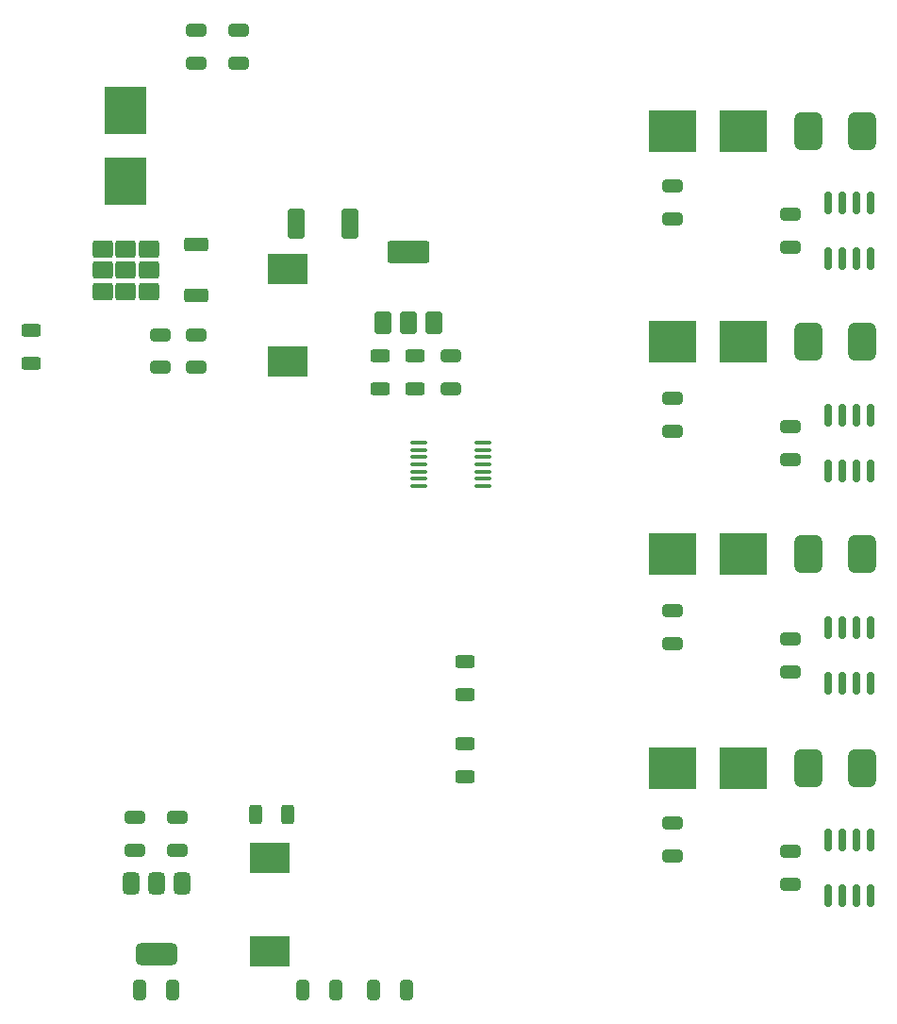
<source format=gbr>
%TF.GenerationSoftware,KiCad,Pcbnew,8.0.8*%
%TF.CreationDate,2025-02-03T17:34:08+01:00*%
%TF.ProjectId,WLEDController,574c4544-436f-46e7-9472-6f6c6c65722e,V1.0*%
%TF.SameCoordinates,Original*%
%TF.FileFunction,Paste,Top*%
%TF.FilePolarity,Positive*%
%FSLAX46Y46*%
G04 Gerber Fmt 4.6, Leading zero omitted, Abs format (unit mm)*
G04 Created by KiCad (PCBNEW 8.0.8) date 2025-02-03 17:34:08*
%MOMM*%
%LPD*%
G01*
G04 APERTURE LIST*
G04 Aperture macros list*
%AMRoundRect*
0 Rectangle with rounded corners*
0 $1 Rounding radius*
0 $2 $3 $4 $5 $6 $7 $8 $9 X,Y pos of 4 corners*
0 Add a 4 corners polygon primitive as box body*
4,1,4,$2,$3,$4,$5,$6,$7,$8,$9,$2,$3,0*
0 Add four circle primitives for the rounded corners*
1,1,$1+$1,$2,$3*
1,1,$1+$1,$4,$5*
1,1,$1+$1,$6,$7*
1,1,$1+$1,$8,$9*
0 Add four rect primitives between the rounded corners*
20,1,$1+$1,$2,$3,$4,$5,0*
20,1,$1+$1,$4,$5,$6,$7,0*
20,1,$1+$1,$6,$7,$8,$9,0*
20,1,$1+$1,$8,$9,$2,$3,0*%
G04 Aperture macros list end*
%ADD10RoundRect,0.250000X-0.650000X0.325000X-0.650000X-0.325000X0.650000X-0.325000X0.650000X0.325000X0*%
%ADD11RoundRect,0.375000X-0.375000X0.625000X-0.375000X-0.625000X0.375000X-0.625000X0.375000X0.625000X0*%
%ADD12RoundRect,0.500000X-1.400000X0.500000X-1.400000X-0.500000X1.400000X-0.500000X1.400000X0.500000X0*%
%ADD13RoundRect,0.100000X-0.637500X-0.100000X0.637500X-0.100000X0.637500X0.100000X-0.637500X0.100000X0*%
%ADD14R,3.600000X2.700000*%
%ADD15RoundRect,0.510205X0.739795X1.164795X-0.739795X1.164795X-0.739795X-1.164795X0.739795X-1.164795X0*%
%ADD16RoundRect,0.150000X0.150000X-0.825000X0.150000X0.825000X-0.150000X0.825000X-0.150000X-0.825000X0*%
%ADD17RoundRect,0.250000X0.625000X-0.312500X0.625000X0.312500X-0.625000X0.312500X-0.625000X-0.312500X0*%
%ADD18RoundRect,0.266667X0.633333X0.533333X-0.633333X0.533333X-0.633333X-0.533333X0.633333X-0.533333X0*%
%ADD19RoundRect,0.250000X0.850000X0.350000X-0.850000X0.350000X-0.850000X-0.350000X0.850000X-0.350000X0*%
%ADD20RoundRect,0.250000X0.650000X-0.325000X0.650000X0.325000X-0.650000X0.325000X-0.650000X-0.325000X0*%
%ADD21R,4.240000X3.810000*%
%ADD22RoundRect,0.250000X-0.625000X0.312500X-0.625000X-0.312500X0.625000X-0.312500X0.625000X0.312500X0*%
%ADD23RoundRect,0.250000X0.500000X-0.750000X0.500000X0.750000X-0.500000X0.750000X-0.500000X-0.750000X0*%
%ADD24RoundRect,0.250000X1.650000X-0.750000X1.650000X0.750000X-1.650000X0.750000X-1.650000X-0.750000X0*%
%ADD25RoundRect,0.250000X-0.312500X-0.625000X0.312500X-0.625000X0.312500X0.625000X-0.312500X0.625000X0*%
%ADD26RoundRect,0.250000X0.325000X0.650000X-0.325000X0.650000X-0.325000X-0.650000X0.325000X-0.650000X0*%
%ADD27RoundRect,0.250000X-0.325000X-0.650000X0.325000X-0.650000X0.325000X0.650000X-0.325000X0.650000X0*%
%ADD28RoundRect,0.250000X-0.500000X-1.100000X0.500000X-1.100000X0.500000X1.100000X-0.500000X1.100000X0*%
%ADD29R,3.810000X4.240000*%
G04 APERTURE END LIST*
D10*
%TO.C,C11*%
X141160000Y-83345000D03*
X141160000Y-86295000D03*
%TD*%
D11*
%TO.C,U1*%
X117040000Y-130695000D03*
X114740000Y-130695000D03*
D12*
X114740000Y-136995000D03*
D11*
X112440000Y-130695000D03*
%TD*%
D10*
%TO.C,C14*%
X161065000Y-106205000D03*
X161065000Y-109155000D03*
%TD*%
D13*
%TO.C,U4*%
X138297500Y-91125000D03*
X138297500Y-91775000D03*
X138297500Y-92425000D03*
X138297500Y-93075000D03*
X138297500Y-93725000D03*
X138297500Y-94375000D03*
X138297500Y-95025000D03*
X144022500Y-95025000D03*
X144022500Y-94375000D03*
X144022500Y-93725000D03*
X144022500Y-93075000D03*
X144022500Y-92425000D03*
X144022500Y-91775000D03*
X144022500Y-91125000D03*
%TD*%
D14*
%TO.C,L2*%
X126555000Y-75590000D03*
X126555000Y-83890000D03*
%TD*%
D15*
%TO.C,R12*%
X178070000Y-82075000D03*
X173270000Y-82075000D03*
%TD*%
D16*
%TO.C,U7*%
X175035000Y-112695000D03*
X176305000Y-112695000D03*
X177575000Y-112695000D03*
X178845000Y-112695000D03*
X178845000Y-107745000D03*
X177575000Y-107745000D03*
X176305000Y-107745000D03*
X175035000Y-107745000D03*
%TD*%
D17*
%TO.C,R2*%
X142430000Y-121080500D03*
X142430000Y-118155500D03*
%TD*%
D18*
%TO.C,Q1*%
X114100000Y-77570000D03*
X114100000Y-75670000D03*
X114100000Y-73770000D03*
X112000000Y-77570000D03*
X112000000Y-75670000D03*
X112000000Y-73770000D03*
X109900000Y-77570000D03*
X109900000Y-75670000D03*
X109900000Y-73770000D03*
D19*
X118300000Y-77950000D03*
X118300000Y-73390000D03*
%TD*%
D20*
%TO.C,C10*%
X115125000Y-84390000D03*
X115125000Y-81440000D03*
%TD*%
D21*
%TO.C,F3*%
X161055000Y-82075000D03*
X167425000Y-82075000D03*
%TD*%
D10*
%TO.C,C15*%
X161065000Y-125255000D03*
X161065000Y-128205000D03*
%TD*%
%TO.C,C22*%
X171640000Y-108745000D03*
X171640000Y-111695000D03*
%TD*%
D22*
%TO.C,R6*%
X134810000Y-83357500D03*
X134810000Y-86282500D03*
%TD*%
D17*
%TO.C,R5*%
X137985000Y-86282500D03*
X137985000Y-83357500D03*
%TD*%
D14*
%TO.C,L1*%
X124900000Y-128425000D03*
X124900000Y-136725000D03*
%TD*%
D10*
%TO.C,C12*%
X161065000Y-68105000D03*
X161065000Y-71055000D03*
%TD*%
D21*
%TO.C,F5*%
X161055000Y-120380000D03*
X167425000Y-120380000D03*
%TD*%
D23*
%TO.C,Q2*%
X135050000Y-80350000D03*
D24*
X137350000Y-74050000D03*
D23*
X137350000Y-80350000D03*
X139650000Y-80350000D03*
%TD*%
D20*
%TO.C,C2*%
X118300000Y-57085000D03*
X118300000Y-54135000D03*
%TD*%
D21*
%TO.C,F4*%
X161055000Y-101125000D03*
X167425000Y-101125000D03*
%TD*%
D20*
%TO.C,C9*%
X118300000Y-84390000D03*
X118300000Y-81440000D03*
%TD*%
D25*
%TO.C,R4*%
X123632500Y-124460000D03*
X126557500Y-124460000D03*
%TD*%
D20*
%TO.C,C5*%
X112835000Y-127700000D03*
X112835000Y-124750000D03*
%TD*%
D26*
%TO.C,C7*%
X130820000Y-140195000D03*
X127870000Y-140195000D03*
%TD*%
D27*
%TO.C,C8*%
X134220000Y-140195000D03*
X137170000Y-140195000D03*
%TD*%
D17*
%TO.C,R3*%
X103505000Y-84012500D03*
X103505000Y-81087500D03*
%TD*%
D10*
%TO.C,C20*%
X171640000Y-70645000D03*
X171640000Y-73595000D03*
%TD*%
D20*
%TO.C,C3*%
X122110000Y-57085000D03*
X122110000Y-54135000D03*
%TD*%
D16*
%TO.C,U6*%
X175035000Y-93645000D03*
X176305000Y-93645000D03*
X177575000Y-93645000D03*
X178845000Y-93645000D03*
X178845000Y-88695000D03*
X177575000Y-88695000D03*
X176305000Y-88695000D03*
X175035000Y-88695000D03*
%TD*%
D10*
%TO.C,C13*%
X161065000Y-87155000D03*
X161065000Y-90105000D03*
%TD*%
D15*
%TO.C,R13*%
X178070000Y-101125000D03*
X173270000Y-101125000D03*
%TD*%
%TO.C,R11*%
X178070000Y-63230000D03*
X173270000Y-63230000D03*
%TD*%
%TO.C,R14*%
X178070000Y-120380000D03*
X173270000Y-120380000D03*
%TD*%
D28*
%TO.C,D2*%
X127330000Y-71485000D03*
X132130000Y-71485000D03*
%TD*%
D27*
%TO.C,C1*%
X113265000Y-140195000D03*
X116215000Y-140195000D03*
%TD*%
D16*
%TO.C,U8*%
X175035000Y-131745000D03*
X176305000Y-131745000D03*
X177575000Y-131745000D03*
X178845000Y-131745000D03*
X178845000Y-126795000D03*
X177575000Y-126795000D03*
X176305000Y-126795000D03*
X175035000Y-126795000D03*
%TD*%
D10*
%TO.C,C23*%
X171640000Y-127795000D03*
X171640000Y-130745000D03*
%TD*%
%TO.C,C21*%
X171640000Y-89695000D03*
X171640000Y-92645000D03*
%TD*%
D16*
%TO.C,U5*%
X175035000Y-74595000D03*
X176305000Y-74595000D03*
X177575000Y-74595000D03*
X178845000Y-74595000D03*
X178845000Y-69645000D03*
X177575000Y-69645000D03*
X176305000Y-69645000D03*
X175035000Y-69645000D03*
%TD*%
D20*
%TO.C,C4*%
X116645000Y-127700000D03*
X116645000Y-124750000D03*
%TD*%
D29*
%TO.C,F1*%
X111950000Y-61315000D03*
X111950000Y-67685000D03*
%TD*%
D22*
%TO.C,R1*%
X142430000Y-110789500D03*
X142430000Y-113714500D03*
%TD*%
D21*
%TO.C,F2*%
X161055000Y-63230000D03*
X167425000Y-63230000D03*
%TD*%
M02*

</source>
